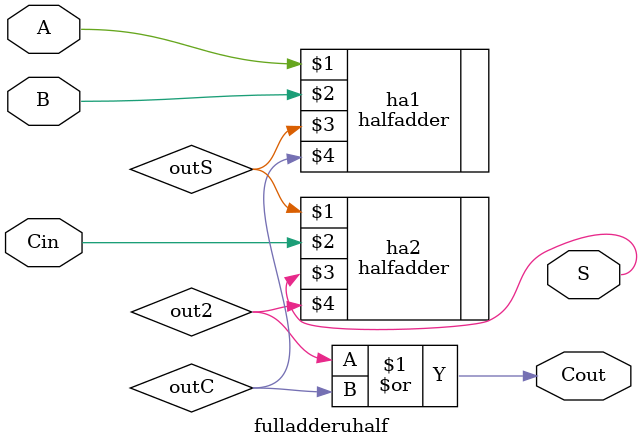
<source format=v>
`include "halfadder.v"

module fulladderuhalf(input A,input B,input Cin,output S,output Cout);

wire outS,outC,out2;
halfadder ha1(A,B,outS,outC);
halfadder ha2(outS,Cin,S,out2);
assign Cout = out2|outC;

endmodule

</source>
